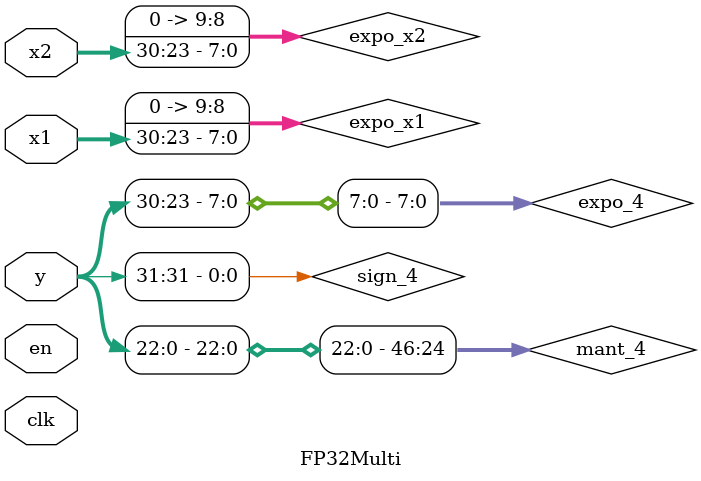
<source format=sv>
/* 
** Engineer:  mgwang37  mgwang37@126.com
** Create Date: 11/16/2023 23:00:52
**
** Module Name: FP32Multi
**
** Description: 
**      符合IEEE-754标准fp32 浮点乘法器(四拍流水)
**
** Dependencies: NO
**
** Revision:
**
** Revision 0.01 - File Created
**
** Additional Comments:
*/

module FP32Multi
(
	input         clk,
	input         en,

	input [31:0]  x1,
	input [31:0]  x2,

	input [31:0]  y
);

/********0********/
wire [23:0] x1_0 = (x1[30:23] == 8'h00) ? {1'b0, x1[22:0]} : {1'b1, x1[22:0]};
wire [23:0] x2_0 = (x2[30:23] == 8'h00) ? {1'b0, x2[22:0]} : {1'b1, x2[22:0]};

wire [ 1:0] state_0;
assign state_0[1] = (x1[30:23] == 8'hff) | (x2[30:23] == 8'hff);
assign state_0[0] = (x1[30: 0] == 8'h00) | (x2[30: 0] == 8'h00);

wire signed [9:0] expo_x1_base = (x1[30:23] == 8'h00) ? 126 : 127;
wire signed [9:0] expo_x2_base = (x2[30:23] == 8'h00) ? 126 : 127;

/********1********/
reg  signed [ 9:0] expo_1;
reg         [47:0] mant_1;
reg                sign_1;
reg         [ 1:0] state_1;

wire signed [9:0] expo_x1 = {2'h0,x1[30:23]};
wire signed [9:0] expo_x2 = {2'h0,x2[30:23]};

always @(posedge clk)begin
	if (!en)begin
	end
	else begin
		expo_1  <= expo_x1 + expo_x2 - expo_x1_base - expo_x2_base;
		mant_1  <= x1_0 * x2_0;
		sign_1  <= x1[31] ^ x2[31];
		state_1 <= state_0;
	end
end

/********2********/
reg signed  [ 9:0] expo_2;
reg         [47:0] mant_2;
reg                sign_2;
reg         [ 1:0] state_2;

always @(posedge clk)begin
	if (!en)begin
	end
	else begin
		sign_2  <= sign_1;
		state_2 <= state_1;

		if (mant_1[47:36]!=12'h000)begin
			mant_2 <= mant_1;
			expo_2 <= expo_1;
		end
		else if (mant_1[35:24]!=12'h000)begin
			mant_2 <= mant_1 << 12;
			expo_2 <= expo_1 - 12;
		end
		else if (mant_1[23:12]!=12'h000)begin
			mant_2 <= mant_1 << 24;
			expo_2 <= expo_1 - 24;
		end
		else begin
			mant_2 <= mant_1 << 36;
			expo_2 <= expo_1 - 36;
		end
	end
end

/********3********/
reg  signed [ 9:0] expo_3;
reg         [47:0] mant_3;
reg                sign_3;
reg         [ 1:0] state_3;

always @(posedge clk)begin
	if (!en)begin
	end
	else begin
		sign_3  <= sign_2;
		state_3 <= state_2;

		if (mant_2[47])begin
			mant_3 <= mant_2 << 0;
			expo_3 <= expo_2 +1;
		end
		else if (mant_2[46])begin
			mant_3 <= mant_2 << 1;
			expo_3 <= expo_2 +0;
		end
		else if (mant_2[45])begin
			mant_3 <= mant_2 << 2;
			expo_3 <= expo_2 -1;
		end
		else if (mant_2[44])begin
			mant_3 <= mant_2 << 3;
			expo_3 <= expo_2 -2;
		end
		else if (mant_2[43])begin
			mant_3 <= mant_2 << 4;
			expo_3 <= expo_2 -3;
		end
		else if (mant_2[42])begin
			mant_3 <= mant_2 << 5;
			expo_3 <= expo_2 -4;
		end
		else if (mant_2[41])begin
			mant_3 <= mant_2 << 6;
			expo_3 <= expo_2 -5;
		end
		else if (mant_2[40])begin
			mant_3 <= mant_2 << 7;
			expo_3 <= expo_2 -6;
		end
		else if (mant_2[39])begin
			mant_3 <= mant_2 << 8;
			expo_3 <= expo_2 -7;
		end
		else if (mant_2[38])begin
			mant_3 <= mant_2 << 9;
			expo_3 <= expo_2 -8;
		end
		else if (mant_2[37])begin
			mant_3 <= mant_2 << 10;
			expo_3 <= expo_2 -9;
		end
		else if (mant_2[36])begin
			mant_3 <= mant_2 << 11;
			expo_3 <= expo_2 -10;
		end
	end
end

/********4********/
reg signed  [ 9:0] expo_4;
reg         [47:0] mant_4;
reg                sign_4;

assign y[31]    = sign_4;
assign y[30:23] = expo_4[7:0];
assign y[22:0]  = mant_4[46:24];

always @(posedge clk)begin
	if (!en)begin
	end
	else if (state_3[1])begin
		expo_4 <= 8'b11111111;
		mant_4 <= 48'h0;
		sign_4 <= sign_3;
	end
	else if (state_3[0])begin
		expo_4 <=  9'h0;
		mant_4 <= 48'h0;
		sign_4 <= sign_3;
	end
	else if (expo_3 > 127)begin
		expo_4 <= 8'b11111111;
		mant_4 <= 48'h0;
		sign_4 <= sign_3;
	end
	else if (expo_3 < -126)begin
		expo_4 <= 9'h0;
		mant_4 <= mant_3 >> (-126 - expo_3);
		sign_4 <= sign_3;
	end
	else begin
		expo_4 <= expo_3 + 127;
		mant_4 <= mant_3;
		sign_4 <= sign_3;
	end
end

endmodule

</source>
